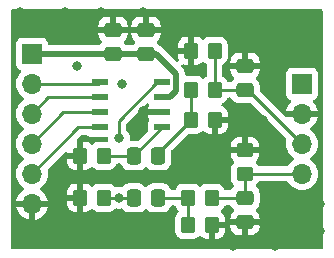
<source format=gbr>
%TF.GenerationSoftware,KiCad,Pcbnew,(6.0.7)*%
%TF.CreationDate,2023-03-18T19:29:26-05:00*%
%TF.ProjectId,CS4334Breakout,43533433-3334-4427-9265-616b6f75742e,rev?*%
%TF.SameCoordinates,Original*%
%TF.FileFunction,Copper,L1,Top*%
%TF.FilePolarity,Positive*%
%FSLAX46Y46*%
G04 Gerber Fmt 4.6, Leading zero omitted, Abs format (unit mm)*
G04 Created by KiCad (PCBNEW (6.0.7)) date 2023-03-18 19:29:26*
%MOMM*%
%LPD*%
G01*
G04 APERTURE LIST*
G04 Aperture macros list*
%AMRoundRect*
0 Rectangle with rounded corners*
0 $1 Rounding radius*
0 $2 $3 $4 $5 $6 $7 $8 $9 X,Y pos of 4 corners*
0 Add a 4 corners polygon primitive as box body*
4,1,4,$2,$3,$4,$5,$6,$7,$8,$9,$2,$3,0*
0 Add four circle primitives for the rounded corners*
1,1,$1+$1,$2,$3*
1,1,$1+$1,$4,$5*
1,1,$1+$1,$6,$7*
1,1,$1+$1,$8,$9*
0 Add four rect primitives between the rounded corners*
20,1,$1+$1,$2,$3,$4,$5,0*
20,1,$1+$1,$4,$5,$6,$7,0*
20,1,$1+$1,$6,$7,$8,$9,0*
20,1,$1+$1,$8,$9,$2,$3,0*%
G04 Aperture macros list end*
%TA.AperFunction,SMDPad,CuDef*%
%ADD10R,1.397000X0.558800*%
%TD*%
%TA.AperFunction,SMDPad,CuDef*%
%ADD11RoundRect,0.250000X0.350000X0.450000X-0.350000X0.450000X-0.350000X-0.450000X0.350000X-0.450000X0*%
%TD*%
%TA.AperFunction,SMDPad,CuDef*%
%ADD12RoundRect,0.250000X0.450000X-0.350000X0.450000X0.350000X-0.450000X0.350000X-0.450000X-0.350000X0*%
%TD*%
%TA.AperFunction,SMDPad,CuDef*%
%ADD13RoundRect,0.250000X-0.350000X-0.450000X0.350000X-0.450000X0.350000X0.450000X-0.350000X0.450000X0*%
%TD*%
%TA.AperFunction,ComponentPad*%
%ADD14R,1.700000X1.700000*%
%TD*%
%TA.AperFunction,ComponentPad*%
%ADD15O,1.700000X1.700000*%
%TD*%
%TA.AperFunction,SMDPad,CuDef*%
%ADD16RoundRect,0.250000X0.475000X-0.337500X0.475000X0.337500X-0.475000X0.337500X-0.475000X-0.337500X0*%
%TD*%
%TA.AperFunction,SMDPad,CuDef*%
%ADD17RoundRect,0.250000X-0.475000X0.337500X-0.475000X-0.337500X0.475000X-0.337500X0.475000X0.337500X0*%
%TD*%
%TA.AperFunction,SMDPad,CuDef*%
%ADD18RoundRect,0.250000X-0.337500X-0.475000X0.337500X-0.475000X0.337500X0.475000X-0.337500X0.475000X0*%
%TD*%
%TA.AperFunction,ViaPad*%
%ADD19C,0.800000*%
%TD*%
%TA.AperFunction,Conductor*%
%ADD20C,0.254000*%
%TD*%
%TA.AperFunction,Conductor*%
%ADD21C,0.508000*%
%TD*%
G04 APERTURE END LIST*
D10*
%TO.P,U1,8,AOUTL*%
%TO.N,AOUTL*%
X165976300Y-98933000D03*
%TO.P,U1,7,VA*%
%TO.N,+5V*%
X165976300Y-100203000D03*
%TO.P,U1,6,AGND*%
%TO.N,GND*%
X165976300Y-101473000D03*
%TO.P,U1,5,AOUTR*%
%TO.N,AOUTR*%
X165976300Y-102743000D03*
%TO.P,U1,4,MCLK*%
%TO.N,MCLK*%
X160667700Y-102743000D03*
%TO.P,U1,3,LRCK*%
%TO.N,LRCK*%
X160667700Y-101473000D03*
%TO.P,U1,2,DEM/SCLK*%
%TO.N,SCLK*%
X160667700Y-100203000D03*
%TO.P,U1,1,SDATA*%
%TO.N,SDATA*%
X160667700Y-98933000D03*
%TD*%
D11*
%TO.P,R8,2*%
%TO.N,GND*%
X168418000Y-96266000D03*
%TO.P,R8,1*%
%TO.N,RIGHTOUT*%
X170418000Y-96266000D03*
%TD*%
D12*
%TO.P,R7,1*%
%TO.N,LEFTOUT*%
X172974000Y-106664000D03*
%TO.P,R7,2*%
%TO.N,GND*%
X172974000Y-104664000D03*
%TD*%
D13*
%TO.P,R6,1*%
%TO.N,Net-(C2-Pad2)*%
X168418000Y-99568000D03*
%TO.P,R6,2*%
%TO.N,RIGHTOUT*%
X170418000Y-99568000D03*
%TD*%
%TO.P,R5,1*%
%TO.N,Net-(C1-Pad2)*%
X168164000Y-108712000D03*
%TO.P,R5,2*%
%TO.N,LEFTOUT*%
X170164000Y-108712000D03*
%TD*%
%TO.P,R4,1*%
%TO.N,Net-(C2-Pad2)*%
X168418000Y-102108000D03*
%TO.P,R4,2*%
%TO.N,GND*%
X170418000Y-102108000D03*
%TD*%
%TO.P,R3,1*%
%TO.N,Net-(C1-Pad2)*%
X168164000Y-110998000D03*
%TO.P,R3,2*%
%TO.N,GND*%
X170164000Y-110998000D03*
%TD*%
D11*
%TO.P,R2,1*%
%TO.N,AOUTR*%
X161020000Y-105156000D03*
%TO.P,R2,2*%
%TO.N,GND*%
X159020000Y-105156000D03*
%TD*%
%TO.P,R1,2*%
%TO.N,GND*%
X159020000Y-108712000D03*
%TO.P,R1,1*%
%TO.N,AOUTL*%
X161020000Y-108712000D03*
%TD*%
D14*
%TO.P,J2,1,Pin_1*%
%TO.N,unconnected-(J2-Pad1)*%
X177800000Y-99060000D03*
D15*
%TO.P,J2,2,Pin_2*%
%TO.N,GND*%
X177800000Y-101600000D03*
%TO.P,J2,3,Pin_3*%
%TO.N,RIGHTOUT*%
X177800000Y-104140000D03*
%TO.P,J2,4,Pin_4*%
%TO.N,LEFTOUT*%
X177800000Y-106680000D03*
%TD*%
D14*
%TO.P,J1,1,Pin_1*%
%TO.N,+5V*%
X154940000Y-96520000D03*
D15*
%TO.P,J1,2,Pin_2*%
%TO.N,SDATA*%
X154940000Y-99060000D03*
%TO.P,J1,3,Pin_3*%
%TO.N,SCLK*%
X154940000Y-101600000D03*
%TO.P,J1,4,Pin_4*%
%TO.N,LRCK*%
X154940000Y-104140000D03*
%TO.P,J1,5,Pin_5*%
%TO.N,MCLK*%
X154940000Y-106680000D03*
%TO.P,J1,6,Pin_6*%
%TO.N,GND*%
X154940000Y-109220000D03*
%TD*%
D16*
%TO.P,C6,1*%
%TO.N,+5V*%
X164592000Y-96541500D03*
%TO.P,C6,2*%
%TO.N,GND*%
X164592000Y-94466500D03*
%TD*%
%TO.P,C5,1*%
%TO.N,+5V*%
X161798000Y-96541500D03*
%TO.P,C5,2*%
%TO.N,GND*%
X161798000Y-94466500D03*
%TD*%
%TO.P,C4,1*%
%TO.N,RIGHTOUT*%
X172974000Y-99589500D03*
%TO.P,C4,2*%
%TO.N,GND*%
X172974000Y-97514500D03*
%TD*%
D17*
%TO.P,C3,1*%
%TO.N,LEFTOUT*%
X172974000Y-108712000D03*
%TO.P,C3,2*%
%TO.N,GND*%
X172974000Y-110787000D03*
%TD*%
D18*
%TO.P,C2,1*%
%TO.N,AOUTR*%
X163554500Y-105156000D03*
%TO.P,C2,2*%
%TO.N,Net-(C2-Pad2)*%
X165629500Y-105156000D03*
%TD*%
%TO.P,C1,1*%
%TO.N,AOUTL*%
X163554500Y-108712000D03*
%TO.P,C1,2*%
%TO.N,Net-(C1-Pad2)*%
X165629500Y-108712000D03*
%TD*%
D19*
%TO.N,*%
X158750000Y-97536000D03*
%TO.N,GND*%
X174752000Y-99060000D03*
X174498000Y-102108000D03*
X171958000Y-101854000D03*
X169164000Y-105410000D03*
X179324000Y-111506000D03*
X176022000Y-109220000D03*
X179324000Y-109220000D03*
X175514000Y-112776000D03*
X171958000Y-112776000D03*
X164592000Y-111506000D03*
X153924000Y-111506000D03*
X161290000Y-111252000D03*
X157480000Y-111252000D03*
%TO.N,*%
X162560000Y-99060000D03*
%TO.N,GND*%
X157480000Y-94996000D03*
X153924000Y-92964000D03*
X157734000Y-92964000D03*
X160782000Y-92964000D03*
X164338000Y-92964000D03*
X168910000Y-93472000D03*
X172212000Y-93472000D03*
X175260000Y-93472000D03*
X175260000Y-95758000D03*
X178562000Y-95758000D03*
X178562000Y-93472000D03*
%TO.N,AOUTL*%
X162306000Y-103632000D03*
X162306000Y-108712000D03*
%TO.N,GND*%
X164338000Y-101346000D03*
%TD*%
D20*
%TO.N,RIGHTOUT*%
X170418000Y-96266000D02*
X170418000Y-99568000D01*
X172952500Y-99568000D02*
X172974000Y-99589500D01*
X170418000Y-99568000D02*
X172952500Y-99568000D01*
X173249500Y-99589500D02*
X172974000Y-99589500D01*
X177800000Y-104140000D02*
X173249500Y-99589500D01*
%TO.N,LEFTOUT*%
X172990000Y-106680000D02*
X177800000Y-106680000D01*
X172974000Y-106664000D02*
X172990000Y-106680000D01*
X172974000Y-108712000D02*
X172974000Y-106664000D01*
X170164000Y-108712000D02*
X172974000Y-108712000D01*
%TO.N,Net-(C1-Pad2)*%
X168164000Y-110998000D02*
X168164000Y-108712000D01*
X165629500Y-108712000D02*
X168164000Y-108712000D01*
%TO.N,AOUTL*%
X161020000Y-108712000D02*
X162306000Y-108712000D01*
X162306000Y-108712000D02*
X163554500Y-108712000D01*
X162306000Y-102184200D02*
X162306000Y-103632000D01*
X165557200Y-98933000D02*
X162306000Y-102184200D01*
X165976300Y-98933000D02*
X165557200Y-98933000D01*
D21*
%TO.N,GND*%
X164465000Y-101473000D02*
X164338000Y-101346000D01*
X165976300Y-101473000D02*
X164465000Y-101473000D01*
D20*
%TO.N,Net-(C2-Pad2)*%
X168418000Y-102108000D02*
X168418000Y-99568000D01*
X165629500Y-104896500D02*
X168418000Y-102108000D01*
X165629500Y-105156000D02*
X165629500Y-104896500D01*
%TO.N,AOUTR*%
X163563300Y-105156000D02*
X165976300Y-102743000D01*
X163554500Y-105156000D02*
X163563300Y-105156000D01*
X161020000Y-105156000D02*
X163554500Y-105156000D01*
%TO.N,MCLK*%
X158877000Y-102743000D02*
X160667700Y-102743000D01*
X154940000Y-106680000D02*
X158877000Y-102743000D01*
%TO.N,LRCK*%
X154940000Y-104140000D02*
X157607000Y-101473000D01*
X157607000Y-101473000D02*
X160667700Y-101473000D01*
%TO.N,SCLK*%
X156337000Y-100203000D02*
X160667700Y-100203000D01*
X154940000Y-101600000D02*
X156337000Y-100203000D01*
%TO.N,SDATA*%
X160540700Y-99060000D02*
X160667700Y-98933000D01*
X154940000Y-99060000D02*
X160540700Y-99060000D01*
D21*
%TO.N,+5V*%
X165470700Y-96541500D02*
X164592000Y-96541500D01*
X166592200Y-100203000D02*
X167128800Y-99666400D01*
X167128800Y-98199600D02*
X165470700Y-96541500D01*
X165976300Y-100203000D02*
X166592200Y-100203000D01*
X167128800Y-99666400D02*
X167128800Y-98199600D01*
X161798000Y-96541500D02*
X164592000Y-96541500D01*
X154940000Y-96520000D02*
X161776500Y-96520000D01*
X161776500Y-96520000D02*
X161798000Y-96541500D01*
%TO.N,GND*%
X161798000Y-94466500D02*
X164592000Y-94466500D01*
%TD*%
%TA.AperFunction,Conductor*%
%TO.N,GND*%
G36*
X179294018Y-92712000D02*
G01*
X179308851Y-92714310D01*
X179308855Y-92714310D01*
X179317724Y-92715691D01*
X179326629Y-92714527D01*
X179335598Y-92714636D01*
X179335588Y-92715450D01*
X179357098Y-92715743D01*
X179382622Y-92719785D01*
X179420116Y-92731967D01*
X179455224Y-92749855D01*
X179487117Y-92773027D01*
X179514973Y-92800883D01*
X179538144Y-92832774D01*
X179538146Y-92832776D01*
X179556033Y-92867882D01*
X179568214Y-92905373D01*
X179572119Y-92930026D01*
X179573551Y-92949750D01*
X179572309Y-92957724D01*
X179573474Y-92966632D01*
X179576436Y-92989283D01*
X179577500Y-93005621D01*
X179577500Y-112903500D01*
X179557498Y-112971621D01*
X179503842Y-113018114D01*
X179451500Y-113029500D01*
X153288500Y-113029500D01*
X153220379Y-113009498D01*
X153173886Y-112955842D01*
X153162500Y-112903500D01*
X153162500Y-109487966D01*
X153608257Y-109487966D01*
X153638565Y-109622446D01*
X153641645Y-109632275D01*
X153721770Y-109829603D01*
X153726413Y-109838794D01*
X153837694Y-110020388D01*
X153843777Y-110028699D01*
X153983213Y-110189667D01*
X153990580Y-110196883D01*
X154154434Y-110332916D01*
X154162881Y-110338831D01*
X154346756Y-110446279D01*
X154356042Y-110450729D01*
X154555001Y-110526703D01*
X154564899Y-110529579D01*
X154668250Y-110550606D01*
X154682299Y-110549410D01*
X154686000Y-110539065D01*
X154686000Y-110538517D01*
X155194000Y-110538517D01*
X155198064Y-110552359D01*
X155211478Y-110554393D01*
X155218184Y-110553534D01*
X155228262Y-110551392D01*
X155432255Y-110490191D01*
X155441842Y-110486433D01*
X155633095Y-110392739D01*
X155641945Y-110387464D01*
X155815328Y-110263792D01*
X155823200Y-110257139D01*
X155974052Y-110106812D01*
X155980730Y-110098965D01*
X156105003Y-109926020D01*
X156110313Y-109917183D01*
X156204670Y-109726267D01*
X156208469Y-109716672D01*
X156270377Y-109512910D01*
X156272555Y-109502837D01*
X156273986Y-109491962D01*
X156271775Y-109477778D01*
X156258617Y-109474000D01*
X155212115Y-109474000D01*
X155196876Y-109478475D01*
X155195671Y-109479865D01*
X155194000Y-109487548D01*
X155194000Y-110538517D01*
X154686000Y-110538517D01*
X154686000Y-109492115D01*
X154681525Y-109476876D01*
X154680135Y-109475671D01*
X154672452Y-109474000D01*
X153623225Y-109474000D01*
X153609694Y-109477973D01*
X153608257Y-109487966D01*
X153162500Y-109487966D01*
X153162500Y-109209095D01*
X157912001Y-109209095D01*
X157912338Y-109215614D01*
X157922257Y-109311206D01*
X157925149Y-109324600D01*
X157976588Y-109478784D01*
X157982761Y-109491962D01*
X158068063Y-109629807D01*
X158077099Y-109641208D01*
X158191829Y-109755739D01*
X158203240Y-109764751D01*
X158341243Y-109849816D01*
X158354424Y-109855963D01*
X158508710Y-109907138D01*
X158522086Y-109910005D01*
X158616438Y-109919672D01*
X158622854Y-109920000D01*
X158747885Y-109920000D01*
X158763124Y-109915525D01*
X158764329Y-109914135D01*
X158766000Y-109906452D01*
X158766000Y-108984115D01*
X158761525Y-108968876D01*
X158760135Y-108967671D01*
X158752452Y-108966000D01*
X157930116Y-108966000D01*
X157914877Y-108970475D01*
X157913672Y-108971865D01*
X157912001Y-108979548D01*
X157912001Y-109209095D01*
X153162500Y-109209095D01*
X153162500Y-106646695D01*
X153577251Y-106646695D01*
X153577548Y-106651848D01*
X153577548Y-106651851D01*
X153583011Y-106746590D01*
X153590110Y-106869715D01*
X153591247Y-106874761D01*
X153591248Y-106874767D01*
X153611119Y-106962939D01*
X153639222Y-107087639D01*
X153723266Y-107294616D01*
X153725965Y-107299020D01*
X153837288Y-107480683D01*
X153839987Y-107485088D01*
X153986250Y-107653938D01*
X154102515Y-107750463D01*
X154147310Y-107787652D01*
X154158126Y-107796632D01*
X154178294Y-107808417D01*
X154231955Y-107839774D01*
X154280679Y-107891412D01*
X154293750Y-107961195D01*
X154267019Y-108026967D01*
X154226562Y-108060327D01*
X154218457Y-108064546D01*
X154209738Y-108070036D01*
X154039433Y-108197905D01*
X154031726Y-108204748D01*
X153884590Y-108358717D01*
X153878104Y-108366727D01*
X153758098Y-108542649D01*
X153753000Y-108551623D01*
X153663338Y-108744783D01*
X153659775Y-108754470D01*
X153604389Y-108954183D01*
X153605912Y-108962607D01*
X153618292Y-108966000D01*
X156258344Y-108966000D01*
X156271875Y-108962027D01*
X156273180Y-108952947D01*
X156231214Y-108785875D01*
X156227894Y-108776124D01*
X156142972Y-108580814D01*
X156138105Y-108571739D01*
X156052805Y-108439885D01*
X157912000Y-108439885D01*
X157916475Y-108455124D01*
X157917865Y-108456329D01*
X157925548Y-108458000D01*
X158747885Y-108458000D01*
X158763124Y-108453525D01*
X158764329Y-108452135D01*
X158766000Y-108444452D01*
X158766000Y-107522116D01*
X158761525Y-107506877D01*
X158760135Y-107505672D01*
X158752452Y-107504001D01*
X158622905Y-107504001D01*
X158616386Y-107504338D01*
X158520794Y-107514257D01*
X158507400Y-107517149D01*
X158353216Y-107568588D01*
X158340038Y-107574761D01*
X158202193Y-107660063D01*
X158190792Y-107669099D01*
X158076261Y-107783829D01*
X158067249Y-107795240D01*
X157982184Y-107933243D01*
X157976037Y-107946424D01*
X157924862Y-108100710D01*
X157921995Y-108114086D01*
X157912328Y-108208438D01*
X157912000Y-108214855D01*
X157912000Y-108439885D01*
X156052805Y-108439885D01*
X156022426Y-108392926D01*
X156016136Y-108384757D01*
X155872806Y-108227240D01*
X155865273Y-108220215D01*
X155698139Y-108088222D01*
X155689556Y-108082520D01*
X155652602Y-108062120D01*
X155602631Y-108011687D01*
X155587859Y-107942245D01*
X155612975Y-107875839D01*
X155640327Y-107849232D01*
X155679824Y-107821059D01*
X155819860Y-107721173D01*
X155978096Y-107563489D01*
X155988288Y-107549306D01*
X156105435Y-107386277D01*
X156108453Y-107382077D01*
X156111622Y-107375666D01*
X156205136Y-107186453D01*
X156205137Y-107186451D01*
X156207430Y-107181811D01*
X156272370Y-106968069D01*
X156301529Y-106746590D01*
X156303156Y-106680000D01*
X156284852Y-106457361D01*
X156265050Y-106378526D01*
X156257389Y-106348024D01*
X156260194Y-106277083D01*
X156290498Y-106228234D01*
X156865637Y-105653095D01*
X157912001Y-105653095D01*
X157912338Y-105659614D01*
X157922257Y-105755206D01*
X157925149Y-105768600D01*
X157976588Y-105922784D01*
X157982761Y-105935962D01*
X158068063Y-106073807D01*
X158077099Y-106085208D01*
X158191829Y-106199739D01*
X158203240Y-106208751D01*
X158341243Y-106293816D01*
X158354424Y-106299963D01*
X158508710Y-106351138D01*
X158522086Y-106354005D01*
X158616438Y-106363672D01*
X158622854Y-106364000D01*
X158747885Y-106364000D01*
X158763124Y-106359525D01*
X158764329Y-106358135D01*
X158766000Y-106350452D01*
X158766000Y-105428115D01*
X158761525Y-105412876D01*
X158760135Y-105411671D01*
X158752452Y-105410000D01*
X157930116Y-105410000D01*
X157914877Y-105414475D01*
X157913672Y-105415865D01*
X157912001Y-105423548D01*
X157912001Y-105653095D01*
X156865637Y-105653095D01*
X157698930Y-104819803D01*
X157761242Y-104785777D01*
X157832058Y-104790842D01*
X157888893Y-104833389D01*
X157908921Y-104873399D01*
X157916475Y-104899124D01*
X157917865Y-104900329D01*
X157925548Y-104902000D01*
X158747885Y-104902000D01*
X158763124Y-104897525D01*
X158764329Y-104896135D01*
X158766000Y-104888452D01*
X158766000Y-103966116D01*
X158761526Y-103950878D01*
X158760043Y-103949593D01*
X158721659Y-103889867D01*
X158721659Y-103818871D01*
X158753460Y-103765273D01*
X159103328Y-103415405D01*
X159165640Y-103381379D01*
X159192423Y-103378500D01*
X159554409Y-103378500D01*
X159622530Y-103398502D01*
X159629969Y-103403671D01*
X159722495Y-103473015D01*
X159858884Y-103524145D01*
X159921066Y-103530900D01*
X161268419Y-103530900D01*
X161336540Y-103550902D01*
X161383033Y-103604558D01*
X161393729Y-103643729D01*
X161406504Y-103765273D01*
X161411029Y-103808330D01*
X161398257Y-103878168D01*
X161349755Y-103930015D01*
X161285719Y-103947500D01*
X160619600Y-103947500D01*
X160616354Y-103947837D01*
X160616350Y-103947837D01*
X160520692Y-103957762D01*
X160520688Y-103957763D01*
X160513834Y-103958474D01*
X160507298Y-103960655D01*
X160507296Y-103960655D01*
X160397710Y-103997216D01*
X160346054Y-104014450D01*
X160195652Y-104107522D01*
X160190479Y-104112704D01*
X160108862Y-104194463D01*
X160046579Y-104228542D01*
X159975759Y-104223539D01*
X159930671Y-104194618D01*
X159848171Y-104112261D01*
X159836760Y-104103249D01*
X159698757Y-104018184D01*
X159685576Y-104012037D01*
X159531290Y-103960862D01*
X159517914Y-103957995D01*
X159423562Y-103948328D01*
X159417145Y-103948000D01*
X159292115Y-103948000D01*
X159276876Y-103952475D01*
X159275671Y-103953865D01*
X159274000Y-103961548D01*
X159274000Y-106345884D01*
X159278475Y-106361123D01*
X159279865Y-106362328D01*
X159287548Y-106363999D01*
X159417095Y-106363999D01*
X159423614Y-106363662D01*
X159519206Y-106353743D01*
X159532600Y-106350851D01*
X159686784Y-106299412D01*
X159699962Y-106293239D01*
X159837807Y-106207937D01*
X159849208Y-106198901D01*
X159930430Y-106117538D01*
X159992713Y-106083459D01*
X160063533Y-106088462D01*
X160108620Y-106117383D01*
X160191512Y-106200130D01*
X160191517Y-106200134D01*
X160196697Y-106205305D01*
X160202927Y-106209145D01*
X160202928Y-106209146D01*
X160340288Y-106293816D01*
X160347262Y-106298115D01*
X160409306Y-106318694D01*
X160508611Y-106351632D01*
X160508613Y-106351632D01*
X160515139Y-106353797D01*
X160521975Y-106354497D01*
X160521978Y-106354498D01*
X160565031Y-106358909D01*
X160619600Y-106364500D01*
X161420400Y-106364500D01*
X161423646Y-106364163D01*
X161423650Y-106364163D01*
X161519308Y-106354238D01*
X161519312Y-106354237D01*
X161526166Y-106353526D01*
X161532702Y-106351345D01*
X161532704Y-106351345D01*
X161664806Y-106307272D01*
X161693946Y-106297550D01*
X161844348Y-106204478D01*
X161969305Y-106079303D01*
X161998776Y-106031492D01*
X162058275Y-105934968D01*
X162058276Y-105934966D01*
X162062115Y-105928738D01*
X162079000Y-105877832D01*
X162119432Y-105819472D01*
X162184996Y-105792236D01*
X162198593Y-105791500D01*
X162380129Y-105791500D01*
X162448250Y-105811502D01*
X162494743Y-105865158D01*
X162499652Y-105877623D01*
X162519116Y-105935962D01*
X162525450Y-105954946D01*
X162618522Y-106105348D01*
X162743697Y-106230305D01*
X162749927Y-106234145D01*
X162749928Y-106234146D01*
X162887090Y-106318694D01*
X162894262Y-106323115D01*
X162962909Y-106345884D01*
X163055611Y-106376632D01*
X163055613Y-106376632D01*
X163062139Y-106378797D01*
X163068975Y-106379497D01*
X163068978Y-106379498D01*
X163112031Y-106383909D01*
X163166600Y-106389500D01*
X163942400Y-106389500D01*
X163945646Y-106389163D01*
X163945650Y-106389163D01*
X164041308Y-106379238D01*
X164041312Y-106379237D01*
X164048166Y-106378526D01*
X164054702Y-106376345D01*
X164054704Y-106376345D01*
X164186806Y-106332272D01*
X164215946Y-106322550D01*
X164366348Y-106229478D01*
X164387852Y-106207937D01*
X164433161Y-106162549D01*
X164491305Y-106104303D01*
X164493906Y-106100084D01*
X164551030Y-106059583D01*
X164621953Y-106056351D01*
X164683365Y-106091976D01*
X164689922Y-106099530D01*
X164693522Y-106105348D01*
X164818697Y-106230305D01*
X164824927Y-106234145D01*
X164824928Y-106234146D01*
X164962090Y-106318694D01*
X164969262Y-106323115D01*
X165037909Y-106345884D01*
X165130611Y-106376632D01*
X165130613Y-106376632D01*
X165137139Y-106378797D01*
X165143975Y-106379497D01*
X165143978Y-106379498D01*
X165187031Y-106383909D01*
X165241600Y-106389500D01*
X166017400Y-106389500D01*
X166020646Y-106389163D01*
X166020650Y-106389163D01*
X166116308Y-106379238D01*
X166116312Y-106379237D01*
X166123166Y-106378526D01*
X166129702Y-106376345D01*
X166129704Y-106376345D01*
X166261806Y-106332272D01*
X166290946Y-106322550D01*
X166441348Y-106229478D01*
X166462852Y-106207937D01*
X166508161Y-106162549D01*
X166566305Y-106104303D01*
X166576070Y-106088462D01*
X166655275Y-105959968D01*
X166655276Y-105959966D01*
X166659115Y-105953738D01*
X166696609Y-105840697D01*
X166712632Y-105792389D01*
X166712632Y-105792387D01*
X166714797Y-105785861D01*
X166725500Y-105681400D01*
X166725500Y-104751422D01*
X166745502Y-104683301D01*
X166762405Y-104662327D01*
X167032847Y-104391885D01*
X171766000Y-104391885D01*
X171770475Y-104407124D01*
X171771865Y-104408329D01*
X171779548Y-104410000D01*
X172701885Y-104410000D01*
X172717124Y-104405525D01*
X172718329Y-104404135D01*
X172720000Y-104396452D01*
X172720000Y-104391885D01*
X173228000Y-104391885D01*
X173232475Y-104407124D01*
X173233865Y-104408329D01*
X173241548Y-104410000D01*
X174163884Y-104410000D01*
X174179123Y-104405525D01*
X174180328Y-104404135D01*
X174181999Y-104396452D01*
X174181999Y-104266905D01*
X174181662Y-104260386D01*
X174171743Y-104164794D01*
X174168851Y-104151400D01*
X174117412Y-103997216D01*
X174111239Y-103984038D01*
X174025937Y-103846193D01*
X174016901Y-103834792D01*
X173902171Y-103720261D01*
X173890760Y-103711249D01*
X173752757Y-103626184D01*
X173739576Y-103620037D01*
X173585290Y-103568862D01*
X173571914Y-103565995D01*
X173477562Y-103556328D01*
X173471145Y-103556000D01*
X173246115Y-103556000D01*
X173230876Y-103560475D01*
X173229671Y-103561865D01*
X173228000Y-103569548D01*
X173228000Y-104391885D01*
X172720000Y-104391885D01*
X172720000Y-103574116D01*
X172715525Y-103558877D01*
X172714135Y-103557672D01*
X172706452Y-103556001D01*
X172476905Y-103556001D01*
X172470386Y-103556338D01*
X172374794Y-103566257D01*
X172361400Y-103569149D01*
X172207216Y-103620588D01*
X172194038Y-103626761D01*
X172056193Y-103712063D01*
X172044792Y-103721099D01*
X171930261Y-103835829D01*
X171921249Y-103847240D01*
X171836184Y-103985243D01*
X171830037Y-103998424D01*
X171778862Y-104152710D01*
X171775995Y-104166086D01*
X171766328Y-104260438D01*
X171766000Y-104266855D01*
X171766000Y-104391885D01*
X167032847Y-104391885D01*
X168071328Y-103353405D01*
X168133640Y-103319379D01*
X168160423Y-103316500D01*
X168818400Y-103316500D01*
X168821646Y-103316163D01*
X168821650Y-103316163D01*
X168917308Y-103306238D01*
X168917312Y-103306237D01*
X168924166Y-103305526D01*
X168930702Y-103303345D01*
X168930704Y-103303345D01*
X169084998Y-103251868D01*
X169091946Y-103249550D01*
X169242348Y-103156478D01*
X169303663Y-103095056D01*
X169329138Y-103069537D01*
X169391421Y-103035458D01*
X169462241Y-103040461D01*
X169507329Y-103069382D01*
X169589829Y-103151739D01*
X169601240Y-103160751D01*
X169739243Y-103245816D01*
X169752424Y-103251963D01*
X169906710Y-103303138D01*
X169920086Y-103306005D01*
X170014438Y-103315672D01*
X170020854Y-103316000D01*
X170145885Y-103316000D01*
X170161124Y-103311525D01*
X170162329Y-103310135D01*
X170164000Y-103302452D01*
X170164000Y-103297884D01*
X170672000Y-103297884D01*
X170676475Y-103313123D01*
X170677865Y-103314328D01*
X170685548Y-103315999D01*
X170815095Y-103315999D01*
X170821614Y-103315662D01*
X170917206Y-103305743D01*
X170930600Y-103302851D01*
X171084784Y-103251412D01*
X171097962Y-103245239D01*
X171235807Y-103159937D01*
X171247208Y-103150901D01*
X171361739Y-103036171D01*
X171370751Y-103024760D01*
X171455816Y-102886757D01*
X171461963Y-102873576D01*
X171513138Y-102719290D01*
X171516005Y-102705914D01*
X171525672Y-102611562D01*
X171526000Y-102605146D01*
X171526000Y-102380115D01*
X171521525Y-102364876D01*
X171520135Y-102363671D01*
X171512452Y-102362000D01*
X170690115Y-102362000D01*
X170674876Y-102366475D01*
X170673671Y-102367865D01*
X170672000Y-102375548D01*
X170672000Y-103297884D01*
X170164000Y-103297884D01*
X170164000Y-101980000D01*
X170184002Y-101911879D01*
X170237658Y-101865386D01*
X170290000Y-101854000D01*
X171507884Y-101854000D01*
X171523123Y-101849525D01*
X171524328Y-101848135D01*
X171525999Y-101840452D01*
X171525999Y-101610905D01*
X171525662Y-101604386D01*
X171515743Y-101508794D01*
X171512851Y-101495400D01*
X171461412Y-101341216D01*
X171455239Y-101328038D01*
X171369937Y-101190193D01*
X171360901Y-101178792D01*
X171246171Y-101064261D01*
X171234760Y-101055249D01*
X171096757Y-100970184D01*
X171083571Y-100964035D01*
X171064775Y-100957800D01*
X171006416Y-100917369D01*
X170979180Y-100851804D01*
X170991714Y-100781923D01*
X171040040Y-100729912D01*
X171064568Y-100718684D01*
X171083344Y-100712420D01*
X171091946Y-100709550D01*
X171242348Y-100616478D01*
X171367305Y-100491303D01*
X171394918Y-100446507D01*
X171456275Y-100346968D01*
X171456276Y-100346966D01*
X171460115Y-100340738D01*
X171477000Y-100289832D01*
X171517432Y-100231472D01*
X171582996Y-100204236D01*
X171596593Y-100203500D01*
X171707887Y-100203500D01*
X171776008Y-100223502D01*
X171815031Y-100263197D01*
X171900522Y-100401348D01*
X172025697Y-100526305D01*
X172031927Y-100530145D01*
X172031928Y-100530146D01*
X172164937Y-100612134D01*
X172176262Y-100619115D01*
X172256005Y-100645564D01*
X172337611Y-100672632D01*
X172337613Y-100672632D01*
X172344139Y-100674797D01*
X172350975Y-100675497D01*
X172350978Y-100675498D01*
X172394031Y-100679909D01*
X172448600Y-100685500D01*
X173394578Y-100685500D01*
X173462699Y-100705502D01*
X173483673Y-100722405D01*
X176449163Y-103687896D01*
X176483189Y-103750208D01*
X176481486Y-103810660D01*
X176460989Y-103884570D01*
X176437251Y-104106695D01*
X176437548Y-104111848D01*
X176437548Y-104111851D01*
X176446488Y-104266905D01*
X176450110Y-104329715D01*
X176451247Y-104334761D01*
X176451248Y-104334767D01*
X176467195Y-104405525D01*
X176499222Y-104547639D01*
X176583266Y-104754616D01*
X176605465Y-104790842D01*
X176691690Y-104931548D01*
X176699987Y-104945088D01*
X176846250Y-105113938D01*
X177018126Y-105256632D01*
X177088595Y-105297811D01*
X177091445Y-105299476D01*
X177140169Y-105351114D01*
X177153240Y-105420897D01*
X177126509Y-105486669D01*
X177086055Y-105520027D01*
X177073607Y-105526507D01*
X177069474Y-105529610D01*
X177069471Y-105529612D01*
X176926826Y-105636713D01*
X176894965Y-105660635D01*
X176740629Y-105822138D01*
X176737715Y-105826410D01*
X176737714Y-105826411D01*
X176731506Y-105835512D01*
X176629511Y-105985032D01*
X176626460Y-105989504D01*
X176571549Y-106034507D01*
X176522372Y-106044500D01*
X174219445Y-106044500D01*
X174151324Y-106024498D01*
X174112301Y-105984803D01*
X174026332Y-105845880D01*
X174022478Y-105839652D01*
X174009214Y-105826411D01*
X173935537Y-105752862D01*
X173901458Y-105690579D01*
X173906461Y-105619759D01*
X173935382Y-105574671D01*
X174017739Y-105492171D01*
X174026751Y-105480760D01*
X174111816Y-105342757D01*
X174117963Y-105329576D01*
X174169138Y-105175290D01*
X174172005Y-105161914D01*
X174181672Y-105067562D01*
X174182000Y-105061146D01*
X174182000Y-104936115D01*
X174177525Y-104920876D01*
X174176135Y-104919671D01*
X174168452Y-104918000D01*
X171784116Y-104918000D01*
X171768877Y-104922475D01*
X171767672Y-104923865D01*
X171766001Y-104931548D01*
X171766001Y-105061095D01*
X171766338Y-105067614D01*
X171776257Y-105163206D01*
X171779149Y-105176600D01*
X171830588Y-105330784D01*
X171836761Y-105343962D01*
X171922063Y-105481807D01*
X171931099Y-105493208D01*
X172012462Y-105574430D01*
X172046541Y-105636713D01*
X172041538Y-105707533D01*
X172012617Y-105752620D01*
X171929870Y-105835512D01*
X171929866Y-105835517D01*
X171924695Y-105840697D01*
X171920855Y-105846927D01*
X171920854Y-105846928D01*
X171854271Y-105954946D01*
X171831885Y-105991262D01*
X171826771Y-106006680D01*
X171794045Y-106105348D01*
X171776203Y-106159139D01*
X171775503Y-106165975D01*
X171775502Y-106165978D01*
X171772043Y-106199739D01*
X171765500Y-106263600D01*
X171765500Y-107064400D01*
X171776474Y-107170166D01*
X171832450Y-107337946D01*
X171925522Y-107488348D01*
X172004449Y-107567137D01*
X172030461Y-107593104D01*
X172064540Y-107655386D01*
X172059537Y-107726206D01*
X172023892Y-107775263D01*
X172024652Y-107776022D01*
X172021495Y-107779185D01*
X171899695Y-107901197D01*
X171895855Y-107907427D01*
X171895854Y-107907428D01*
X171828549Y-108016616D01*
X171775776Y-108064110D01*
X171721289Y-108076500D01*
X171342530Y-108076500D01*
X171274409Y-108056498D01*
X171227916Y-108002842D01*
X171223006Y-107990376D01*
X171207868Y-107945002D01*
X171205550Y-107938054D01*
X171112478Y-107787652D01*
X170987303Y-107662695D01*
X170981072Y-107658854D01*
X170842968Y-107573725D01*
X170842966Y-107573724D01*
X170836738Y-107569885D01*
X170754419Y-107542581D01*
X170675389Y-107516368D01*
X170675387Y-107516368D01*
X170668861Y-107514203D01*
X170662025Y-107513503D01*
X170662022Y-107513502D01*
X170618969Y-107509091D01*
X170564400Y-107503500D01*
X169763600Y-107503500D01*
X169760354Y-107503837D01*
X169760350Y-107503837D01*
X169664692Y-107513762D01*
X169664688Y-107513763D01*
X169657834Y-107514474D01*
X169651298Y-107516655D01*
X169651296Y-107516655D01*
X169553430Y-107549306D01*
X169490054Y-107570450D01*
X169339652Y-107663522D01*
X169282102Y-107721173D01*
X169253216Y-107750109D01*
X169190934Y-107784188D01*
X169120114Y-107779185D01*
X169075025Y-107750264D01*
X168992483Y-107667866D01*
X168987303Y-107662695D01*
X168981072Y-107658854D01*
X168842968Y-107573725D01*
X168842966Y-107573724D01*
X168836738Y-107569885D01*
X168754419Y-107542581D01*
X168675389Y-107516368D01*
X168675387Y-107516368D01*
X168668861Y-107514203D01*
X168662025Y-107513503D01*
X168662022Y-107513502D01*
X168618969Y-107509091D01*
X168564400Y-107503500D01*
X167763600Y-107503500D01*
X167760354Y-107503837D01*
X167760350Y-107503837D01*
X167664692Y-107513762D01*
X167664688Y-107513763D01*
X167657834Y-107514474D01*
X167651298Y-107516655D01*
X167651296Y-107516655D01*
X167553430Y-107549306D01*
X167490054Y-107570450D01*
X167339652Y-107663522D01*
X167214695Y-107788697D01*
X167210855Y-107794927D01*
X167210854Y-107794928D01*
X167145349Y-107901197D01*
X167121885Y-107939262D01*
X167119581Y-107946207D01*
X167119581Y-107946208D01*
X167105000Y-107990168D01*
X167064568Y-108048528D01*
X166999004Y-108075764D01*
X166985407Y-108076500D01*
X166803871Y-108076500D01*
X166735750Y-108056498D01*
X166689257Y-108002842D01*
X166684348Y-107990377D01*
X166660870Y-107920007D01*
X166660869Y-107920005D01*
X166658550Y-107913054D01*
X166565478Y-107762652D01*
X166440303Y-107637695D01*
X166434072Y-107633854D01*
X166295968Y-107548725D01*
X166295966Y-107548724D01*
X166289738Y-107544885D01*
X166195121Y-107513502D01*
X166128389Y-107491368D01*
X166128387Y-107491368D01*
X166121861Y-107489203D01*
X166115025Y-107488503D01*
X166115022Y-107488502D01*
X166071969Y-107484091D01*
X166017400Y-107478500D01*
X165241600Y-107478500D01*
X165238354Y-107478837D01*
X165238350Y-107478837D01*
X165142692Y-107488762D01*
X165142688Y-107488763D01*
X165135834Y-107489474D01*
X165129298Y-107491655D01*
X165129296Y-107491655D01*
X165060900Y-107514474D01*
X164968054Y-107545450D01*
X164817652Y-107638522D01*
X164812479Y-107643704D01*
X164793521Y-107662695D01*
X164692695Y-107763697D01*
X164690094Y-107767916D01*
X164632970Y-107808417D01*
X164562047Y-107811649D01*
X164500635Y-107776024D01*
X164494078Y-107768470D01*
X164490478Y-107762652D01*
X164365303Y-107637695D01*
X164359072Y-107633854D01*
X164220968Y-107548725D01*
X164220966Y-107548724D01*
X164214738Y-107544885D01*
X164120121Y-107513502D01*
X164053389Y-107491368D01*
X164053387Y-107491368D01*
X164046861Y-107489203D01*
X164040025Y-107488503D01*
X164040022Y-107488502D01*
X163996969Y-107484091D01*
X163942400Y-107478500D01*
X163166600Y-107478500D01*
X163163354Y-107478837D01*
X163163350Y-107478837D01*
X163067692Y-107488762D01*
X163067688Y-107488763D01*
X163060834Y-107489474D01*
X163054298Y-107491655D01*
X163054296Y-107491655D01*
X162985900Y-107514474D01*
X162893054Y-107545450D01*
X162742652Y-107638522D01*
X162737479Y-107643704D01*
X162718521Y-107662695D01*
X162617695Y-107763697D01*
X162613854Y-107769928D01*
X162609317Y-107775673D01*
X162606732Y-107773632D01*
X162564920Y-107811354D01*
X162494862Y-107822864D01*
X162484096Y-107821059D01*
X162407944Y-107804872D01*
X162407939Y-107804872D01*
X162401487Y-107803500D01*
X162210513Y-107803500D01*
X162204061Y-107804872D01*
X162204056Y-107804872D01*
X162127905Y-107821059D01*
X162089614Y-107829198D01*
X162018824Y-107823796D01*
X161968856Y-107787273D01*
X161968478Y-107787652D01*
X161966027Y-107785205D01*
X161966026Y-107785204D01*
X161843303Y-107662695D01*
X161837072Y-107658854D01*
X161698968Y-107573725D01*
X161698966Y-107573724D01*
X161692738Y-107569885D01*
X161610419Y-107542581D01*
X161531389Y-107516368D01*
X161531387Y-107516368D01*
X161524861Y-107514203D01*
X161518025Y-107513503D01*
X161518022Y-107513502D01*
X161474969Y-107509091D01*
X161420400Y-107503500D01*
X160619600Y-107503500D01*
X160616354Y-107503837D01*
X160616350Y-107503837D01*
X160520692Y-107513762D01*
X160520688Y-107513763D01*
X160513834Y-107514474D01*
X160507298Y-107516655D01*
X160507296Y-107516655D01*
X160409430Y-107549306D01*
X160346054Y-107570450D01*
X160195652Y-107663522D01*
X160190479Y-107668704D01*
X160108862Y-107750463D01*
X160046579Y-107784542D01*
X159975759Y-107779539D01*
X159930671Y-107750618D01*
X159848171Y-107668261D01*
X159836760Y-107659249D01*
X159698757Y-107574184D01*
X159685576Y-107568037D01*
X159531290Y-107516862D01*
X159517914Y-107513995D01*
X159423562Y-107504328D01*
X159417145Y-107504000D01*
X159292115Y-107504000D01*
X159276876Y-107508475D01*
X159275671Y-107509865D01*
X159274000Y-107517548D01*
X159274000Y-109901884D01*
X159278475Y-109917123D01*
X159279865Y-109918328D01*
X159287548Y-109919999D01*
X159417095Y-109919999D01*
X159423614Y-109919662D01*
X159519206Y-109909743D01*
X159532600Y-109906851D01*
X159686784Y-109855412D01*
X159699962Y-109849239D01*
X159837807Y-109763937D01*
X159849208Y-109754901D01*
X159930430Y-109673538D01*
X159992713Y-109639459D01*
X160063533Y-109644462D01*
X160108620Y-109673383D01*
X160191512Y-109756130D01*
X160191517Y-109756134D01*
X160196697Y-109761305D01*
X160202927Y-109765145D01*
X160202928Y-109765146D01*
X160340288Y-109849816D01*
X160347262Y-109854115D01*
X160409306Y-109874694D01*
X160508611Y-109907632D01*
X160508613Y-109907632D01*
X160515139Y-109909797D01*
X160521975Y-109910497D01*
X160521978Y-109910498D01*
X160565031Y-109914909D01*
X160619600Y-109920500D01*
X161420400Y-109920500D01*
X161423646Y-109920163D01*
X161423650Y-109920163D01*
X161519308Y-109910238D01*
X161519312Y-109910237D01*
X161526166Y-109909526D01*
X161532702Y-109907345D01*
X161532704Y-109907345D01*
X161685254Y-109856450D01*
X161693946Y-109853550D01*
X161844348Y-109760478D01*
X161969305Y-109635303D01*
X161970057Y-109636053D01*
X162022465Y-109598897D01*
X162089626Y-109594805D01*
X162204056Y-109619128D01*
X162204061Y-109619128D01*
X162210513Y-109620500D01*
X162401487Y-109620500D01*
X162407940Y-109619128D01*
X162407944Y-109619128D01*
X162458842Y-109608309D01*
X162484256Y-109602907D01*
X162555046Y-109608309D01*
X162609761Y-109649677D01*
X162610125Y-109649388D01*
X162611240Y-109650795D01*
X162611678Y-109651126D01*
X162612719Y-109652660D01*
X162614666Y-109655117D01*
X162618522Y-109661348D01*
X162743697Y-109786305D01*
X162749927Y-109790145D01*
X162749928Y-109790146D01*
X162887090Y-109874694D01*
X162894262Y-109879115D01*
X162946028Y-109896285D01*
X163055611Y-109932632D01*
X163055613Y-109932632D01*
X163062139Y-109934797D01*
X163068975Y-109935497D01*
X163068978Y-109935498D01*
X163112031Y-109939909D01*
X163166600Y-109945500D01*
X163942400Y-109945500D01*
X163945646Y-109945163D01*
X163945650Y-109945163D01*
X164041308Y-109935238D01*
X164041312Y-109935237D01*
X164048166Y-109934526D01*
X164054702Y-109932345D01*
X164054704Y-109932345D01*
X164196727Y-109884962D01*
X164215946Y-109878550D01*
X164366348Y-109785478D01*
X164387852Y-109763937D01*
X164486134Y-109665483D01*
X164491305Y-109660303D01*
X164493906Y-109656084D01*
X164551030Y-109615583D01*
X164621953Y-109612351D01*
X164683365Y-109647976D01*
X164689922Y-109655530D01*
X164693522Y-109661348D01*
X164818697Y-109786305D01*
X164824927Y-109790145D01*
X164824928Y-109790146D01*
X164962090Y-109874694D01*
X164969262Y-109879115D01*
X165021028Y-109896285D01*
X165130611Y-109932632D01*
X165130613Y-109932632D01*
X165137139Y-109934797D01*
X165143975Y-109935497D01*
X165143978Y-109935498D01*
X165187031Y-109939909D01*
X165241600Y-109945500D01*
X166017400Y-109945500D01*
X166020646Y-109945163D01*
X166020650Y-109945163D01*
X166116308Y-109935238D01*
X166116312Y-109935237D01*
X166123166Y-109934526D01*
X166129702Y-109932345D01*
X166129704Y-109932345D01*
X166271727Y-109884962D01*
X166290946Y-109878550D01*
X166441348Y-109785478D01*
X166462852Y-109763937D01*
X166561134Y-109665483D01*
X166566305Y-109660303D01*
X166573033Y-109649388D01*
X166655275Y-109515968D01*
X166655276Y-109515966D01*
X166659115Y-109509738D01*
X166684292Y-109433832D01*
X166724723Y-109375472D01*
X166790287Y-109348236D01*
X166803885Y-109347500D01*
X166985470Y-109347500D01*
X167053591Y-109367502D01*
X167100084Y-109421158D01*
X167104994Y-109433624D01*
X167122450Y-109485946D01*
X167215522Y-109636348D01*
X167220704Y-109641521D01*
X167340697Y-109761305D01*
X167339809Y-109762195D01*
X167376568Y-109814039D01*
X167379801Y-109884962D01*
X167344178Y-109946374D01*
X167342786Y-109947583D01*
X167339652Y-109949522D01*
X167214695Y-110074697D01*
X167121885Y-110225262D01*
X167066203Y-110393139D01*
X167065503Y-110399975D01*
X167065502Y-110399978D01*
X167061091Y-110443031D01*
X167055500Y-110497600D01*
X167055500Y-111498400D01*
X167055837Y-111501646D01*
X167055837Y-111501650D01*
X167065618Y-111595914D01*
X167066474Y-111604166D01*
X167068655Y-111610702D01*
X167068655Y-111610704D01*
X167112728Y-111742806D01*
X167122450Y-111771946D01*
X167215522Y-111922348D01*
X167340697Y-112047305D01*
X167346927Y-112051145D01*
X167346928Y-112051146D01*
X167484288Y-112135816D01*
X167491262Y-112140115D01*
X167571005Y-112166564D01*
X167652611Y-112193632D01*
X167652613Y-112193632D01*
X167659139Y-112195797D01*
X167665975Y-112196497D01*
X167665978Y-112196498D01*
X167709031Y-112200909D01*
X167763600Y-112206500D01*
X168564400Y-112206500D01*
X168567646Y-112206163D01*
X168567650Y-112206163D01*
X168663308Y-112196238D01*
X168663312Y-112196237D01*
X168670166Y-112195526D01*
X168676702Y-112193345D01*
X168676704Y-112193345D01*
X168808806Y-112149272D01*
X168837946Y-112139550D01*
X168988348Y-112046478D01*
X169075137Y-111959537D01*
X169137421Y-111925458D01*
X169208241Y-111930461D01*
X169253329Y-111959382D01*
X169335829Y-112041739D01*
X169347240Y-112050751D01*
X169485243Y-112135816D01*
X169498424Y-112141963D01*
X169652710Y-112193138D01*
X169666086Y-112196005D01*
X169760438Y-112205672D01*
X169766854Y-112206000D01*
X169891885Y-112206000D01*
X169907124Y-112201525D01*
X169908329Y-112200135D01*
X169910000Y-112192452D01*
X169910000Y-112187884D01*
X170418000Y-112187884D01*
X170422475Y-112203123D01*
X170423865Y-112204328D01*
X170431548Y-112205999D01*
X170561095Y-112205999D01*
X170567614Y-112205662D01*
X170663206Y-112195743D01*
X170676600Y-112192851D01*
X170830784Y-112141412D01*
X170843962Y-112135239D01*
X170981807Y-112049937D01*
X170993208Y-112040901D01*
X171107739Y-111926171D01*
X171116751Y-111914760D01*
X171201816Y-111776757D01*
X171207963Y-111763576D01*
X171259138Y-111609290D01*
X171262005Y-111595914D01*
X171271672Y-111501562D01*
X171272000Y-111495146D01*
X171272000Y-111270115D01*
X171267525Y-111254876D01*
X171266135Y-111253671D01*
X171258452Y-111252000D01*
X170436115Y-111252000D01*
X170420876Y-111256475D01*
X170419671Y-111257865D01*
X170418000Y-111265548D01*
X170418000Y-112187884D01*
X169910000Y-112187884D01*
X169910000Y-111171595D01*
X171741001Y-111171595D01*
X171741338Y-111178114D01*
X171751257Y-111273706D01*
X171754149Y-111287100D01*
X171805588Y-111441284D01*
X171811761Y-111454462D01*
X171897063Y-111592307D01*
X171906099Y-111603708D01*
X172020829Y-111718239D01*
X172032240Y-111727251D01*
X172170243Y-111812316D01*
X172183424Y-111818463D01*
X172337710Y-111869638D01*
X172351086Y-111872505D01*
X172445438Y-111882172D01*
X172451854Y-111882500D01*
X172701885Y-111882500D01*
X172717124Y-111878025D01*
X172718329Y-111876635D01*
X172720000Y-111868952D01*
X172720000Y-111864384D01*
X173228000Y-111864384D01*
X173232475Y-111879623D01*
X173233865Y-111880828D01*
X173241548Y-111882499D01*
X173496095Y-111882499D01*
X173502614Y-111882162D01*
X173598206Y-111872243D01*
X173611600Y-111869351D01*
X173765784Y-111817912D01*
X173778962Y-111811739D01*
X173916807Y-111726437D01*
X173928208Y-111717401D01*
X174042739Y-111602671D01*
X174051751Y-111591260D01*
X174136816Y-111453257D01*
X174142963Y-111440076D01*
X174194138Y-111285790D01*
X174197005Y-111272414D01*
X174206672Y-111178062D01*
X174207000Y-111171646D01*
X174207000Y-111059115D01*
X174202525Y-111043876D01*
X174201135Y-111042671D01*
X174193452Y-111041000D01*
X173246115Y-111041000D01*
X173230876Y-111045475D01*
X173229671Y-111046865D01*
X173228000Y-111054548D01*
X173228000Y-111864384D01*
X172720000Y-111864384D01*
X172720000Y-111059115D01*
X172715525Y-111043876D01*
X172714135Y-111042671D01*
X172706452Y-111041000D01*
X171759116Y-111041000D01*
X171743877Y-111045475D01*
X171742672Y-111046865D01*
X171741001Y-111054548D01*
X171741001Y-111171595D01*
X169910000Y-111171595D01*
X169910000Y-110870000D01*
X169930002Y-110801879D01*
X169983658Y-110755386D01*
X170036000Y-110744000D01*
X171253884Y-110744000D01*
X171269123Y-110739525D01*
X171270328Y-110738135D01*
X171271999Y-110730452D01*
X171271999Y-110500905D01*
X171271662Y-110494386D01*
X171261743Y-110398794D01*
X171258851Y-110385400D01*
X171207412Y-110231216D01*
X171201239Y-110218038D01*
X171115937Y-110080193D01*
X171106901Y-110068792D01*
X170992174Y-109954264D01*
X170992093Y-109954200D01*
X170992052Y-109954142D01*
X170986991Y-109949090D01*
X170987856Y-109948224D01*
X170951027Y-109896285D01*
X170947792Y-109825362D01*
X170983414Y-109763949D01*
X170985090Y-109762494D01*
X170988348Y-109760478D01*
X171113305Y-109635303D01*
X171122430Y-109620500D01*
X171202275Y-109490968D01*
X171202276Y-109490966D01*
X171206115Y-109484738D01*
X171208723Y-109476876D01*
X171223000Y-109433832D01*
X171263432Y-109375472D01*
X171328996Y-109348236D01*
X171342593Y-109347500D01*
X171721192Y-109347500D01*
X171789313Y-109367502D01*
X171828336Y-109407197D01*
X171900522Y-109523848D01*
X172025697Y-109648805D01*
X172030235Y-109651602D01*
X172070824Y-109708853D01*
X172074054Y-109779776D01*
X172038428Y-109841187D01*
X172029932Y-109848562D01*
X172019793Y-109856598D01*
X171905261Y-109971329D01*
X171896249Y-109982740D01*
X171811184Y-110120743D01*
X171805037Y-110133924D01*
X171753862Y-110288210D01*
X171750995Y-110301586D01*
X171741328Y-110395938D01*
X171741000Y-110402355D01*
X171741000Y-110514885D01*
X171745475Y-110530124D01*
X171746865Y-110531329D01*
X171754548Y-110533000D01*
X174188884Y-110533000D01*
X174204123Y-110528525D01*
X174205328Y-110527135D01*
X174206999Y-110519452D01*
X174206999Y-110402405D01*
X174206662Y-110395886D01*
X174196743Y-110300294D01*
X174193851Y-110286900D01*
X174142412Y-110132716D01*
X174136239Y-110119538D01*
X174050937Y-109981693D01*
X174041901Y-109970292D01*
X173927172Y-109855762D01*
X173918238Y-109848706D01*
X173877177Y-109790788D01*
X173873947Y-109719865D01*
X173909574Y-109658454D01*
X173917407Y-109651654D01*
X173923348Y-109647978D01*
X174048305Y-109522803D01*
X174055614Y-109510946D01*
X174137275Y-109378468D01*
X174137276Y-109378466D01*
X174141115Y-109372238D01*
X174196797Y-109204361D01*
X174207500Y-109099900D01*
X174207500Y-108324100D01*
X174196526Y-108218334D01*
X174194280Y-108211600D01*
X174142868Y-108057502D01*
X174140550Y-108050554D01*
X174047478Y-107900152D01*
X173922303Y-107775195D01*
X173923465Y-107774031D01*
X173887495Y-107723297D01*
X173884264Y-107652374D01*
X173917476Y-107593316D01*
X174023305Y-107487303D01*
X174092293Y-107375384D01*
X174145065Y-107327891D01*
X174199553Y-107315500D01*
X176525500Y-107315500D01*
X176593621Y-107335502D01*
X176632933Y-107375666D01*
X176697287Y-107480683D01*
X176697291Y-107480688D01*
X176699987Y-107485088D01*
X176846250Y-107653938D01*
X176962515Y-107750463D01*
X177007310Y-107787652D01*
X177018126Y-107796632D01*
X177211000Y-107909338D01*
X177215825Y-107911180D01*
X177215826Y-107911181D01*
X177238939Y-107920007D01*
X177419692Y-107989030D01*
X177424760Y-107990061D01*
X177424763Y-107990062D01*
X177531054Y-108011687D01*
X177638597Y-108033567D01*
X177643772Y-108033757D01*
X177643774Y-108033757D01*
X177856673Y-108041564D01*
X177856677Y-108041564D01*
X177861837Y-108041753D01*
X177866957Y-108041097D01*
X177866959Y-108041097D01*
X178078288Y-108014025D01*
X178078289Y-108014025D01*
X178083416Y-108013368D01*
X178118501Y-108002842D01*
X178292429Y-107950661D01*
X178292434Y-107950659D01*
X178297384Y-107949174D01*
X178497994Y-107850896D01*
X178679860Y-107721173D01*
X178838096Y-107563489D01*
X178848288Y-107549306D01*
X178965435Y-107386277D01*
X178968453Y-107382077D01*
X178971622Y-107375666D01*
X179065136Y-107186453D01*
X179065137Y-107186451D01*
X179067430Y-107181811D01*
X179132370Y-106968069D01*
X179161529Y-106746590D01*
X179163156Y-106680000D01*
X179144852Y-106457361D01*
X179090431Y-106240702D01*
X179001354Y-106035840D01*
X178880014Y-105848277D01*
X178729670Y-105683051D01*
X178725619Y-105679852D01*
X178725615Y-105679848D01*
X178558414Y-105547800D01*
X178558410Y-105547798D01*
X178554359Y-105544598D01*
X178513053Y-105521796D01*
X178463084Y-105471364D01*
X178448312Y-105401921D01*
X178473428Y-105335516D01*
X178500780Y-105308909D01*
X178544603Y-105277650D01*
X178679860Y-105181173D01*
X178699187Y-105161914D01*
X178761209Y-105100107D01*
X178838096Y-105023489D01*
X178897594Y-104940689D01*
X178965435Y-104846277D01*
X178968453Y-104842077D01*
X178979462Y-104819803D01*
X179065136Y-104646453D01*
X179065137Y-104646451D01*
X179067430Y-104641811D01*
X179132370Y-104428069D01*
X179161529Y-104206590D01*
X179161825Y-104194463D01*
X179163074Y-104143365D01*
X179163074Y-104143361D01*
X179163156Y-104140000D01*
X179144852Y-103917361D01*
X179090431Y-103700702D01*
X179001354Y-103495840D01*
X178909209Y-103353405D01*
X178882822Y-103312617D01*
X178882820Y-103312614D01*
X178880014Y-103308277D01*
X178729670Y-103143051D01*
X178725619Y-103139852D01*
X178725615Y-103139848D01*
X178558414Y-103007800D01*
X178558410Y-103007798D01*
X178554359Y-103004598D01*
X178512569Y-102981529D01*
X178462598Y-102931097D01*
X178447826Y-102861654D01*
X178472942Y-102795248D01*
X178500294Y-102768641D01*
X178675328Y-102643792D01*
X178683200Y-102637139D01*
X178834052Y-102486812D01*
X178840730Y-102478965D01*
X178965003Y-102306020D01*
X178970313Y-102297183D01*
X179064670Y-102106267D01*
X179068469Y-102096672D01*
X179130377Y-101892910D01*
X179132555Y-101882837D01*
X179133986Y-101871962D01*
X179131775Y-101857778D01*
X179118617Y-101854000D01*
X176465110Y-101854000D01*
X176465110Y-101848939D01*
X176429792Y-101849034D01*
X176375870Y-101817138D01*
X175800470Y-101241737D01*
X174516867Y-99958134D01*
X176441500Y-99958134D01*
X176448255Y-100020316D01*
X176499385Y-100156705D01*
X176586739Y-100273261D01*
X176703295Y-100360615D01*
X176711704Y-100363767D01*
X176711705Y-100363768D01*
X176820960Y-100404726D01*
X176877725Y-100447367D01*
X176902425Y-100513929D01*
X176887218Y-100583278D01*
X176867825Y-100609759D01*
X176744590Y-100738717D01*
X176738104Y-100746727D01*
X176618098Y-100922649D01*
X176613000Y-100931623D01*
X176523338Y-101124783D01*
X176519775Y-101134470D01*
X176464389Y-101334183D01*
X176465912Y-101342607D01*
X176478292Y-101346000D01*
X179118344Y-101346000D01*
X179131875Y-101342027D01*
X179133180Y-101332947D01*
X179091214Y-101165875D01*
X179087894Y-101156124D01*
X179002972Y-100960814D01*
X178998105Y-100951739D01*
X178882426Y-100772926D01*
X178876136Y-100764757D01*
X178732293Y-100606677D01*
X178701241Y-100542831D01*
X178709635Y-100472333D01*
X178754812Y-100417564D01*
X178781256Y-100403895D01*
X178888297Y-100363767D01*
X178896705Y-100360615D01*
X179013261Y-100273261D01*
X179100615Y-100156705D01*
X179151745Y-100020316D01*
X179158500Y-99958134D01*
X179158500Y-98161866D01*
X179151745Y-98099684D01*
X179100615Y-97963295D01*
X179013261Y-97846739D01*
X178896705Y-97759385D01*
X178760316Y-97708255D01*
X178698134Y-97701500D01*
X176901866Y-97701500D01*
X176839684Y-97708255D01*
X176703295Y-97759385D01*
X176586739Y-97846739D01*
X176499385Y-97963295D01*
X176448255Y-98099684D01*
X176441500Y-98161866D01*
X176441500Y-99958134D01*
X174516867Y-99958134D01*
X174244405Y-99685672D01*
X174210379Y-99623360D01*
X174207500Y-99596577D01*
X174207500Y-99201600D01*
X174196526Y-99095834D01*
X174140550Y-98928054D01*
X174047478Y-98777652D01*
X173922303Y-98652695D01*
X173917765Y-98649898D01*
X173877176Y-98592647D01*
X173873946Y-98521724D01*
X173909572Y-98460313D01*
X173918068Y-98452938D01*
X173928207Y-98444902D01*
X174042739Y-98330171D01*
X174051751Y-98318760D01*
X174136816Y-98180757D01*
X174142963Y-98167576D01*
X174194138Y-98013290D01*
X174197005Y-97999914D01*
X174206672Y-97905562D01*
X174207000Y-97899146D01*
X174207000Y-97786615D01*
X174202525Y-97771376D01*
X174201135Y-97770171D01*
X174193452Y-97768500D01*
X171759116Y-97768500D01*
X171743877Y-97772975D01*
X171742672Y-97774365D01*
X171741001Y-97782048D01*
X171741001Y-97899095D01*
X171741338Y-97905614D01*
X171751257Y-98001206D01*
X171754149Y-98014600D01*
X171805588Y-98168784D01*
X171811761Y-98181962D01*
X171897063Y-98319807D01*
X171906099Y-98331208D01*
X172020828Y-98445738D01*
X172029762Y-98452794D01*
X172070823Y-98510712D01*
X172074053Y-98581635D01*
X172038426Y-98643046D01*
X172030593Y-98649846D01*
X172024652Y-98653522D01*
X171899695Y-98778697D01*
X171895855Y-98784927D01*
X171895854Y-98784928D01*
X171841802Y-98872616D01*
X171789029Y-98920110D01*
X171734542Y-98932500D01*
X171596530Y-98932500D01*
X171528409Y-98912498D01*
X171481916Y-98858842D01*
X171477006Y-98846376D01*
X171461868Y-98801002D01*
X171459550Y-98794054D01*
X171366478Y-98643652D01*
X171241303Y-98518695D01*
X171228352Y-98510712D01*
X171113384Y-98439844D01*
X171065890Y-98387071D01*
X171053500Y-98332584D01*
X171053500Y-97501543D01*
X171073502Y-97433422D01*
X171113196Y-97394400D01*
X171242348Y-97314478D01*
X171314315Y-97242385D01*
X171741000Y-97242385D01*
X171745475Y-97257624D01*
X171746865Y-97258829D01*
X171754548Y-97260500D01*
X172701885Y-97260500D01*
X172717124Y-97256025D01*
X172718329Y-97254635D01*
X172720000Y-97246952D01*
X172720000Y-97242385D01*
X173228000Y-97242385D01*
X173232475Y-97257624D01*
X173233865Y-97258829D01*
X173241548Y-97260500D01*
X174188884Y-97260500D01*
X174204123Y-97256025D01*
X174205328Y-97254635D01*
X174206999Y-97246952D01*
X174206999Y-97129905D01*
X174206662Y-97123386D01*
X174196743Y-97027794D01*
X174193851Y-97014400D01*
X174142412Y-96860216D01*
X174136239Y-96847038D01*
X174050937Y-96709193D01*
X174041901Y-96697792D01*
X173927171Y-96583261D01*
X173915760Y-96574249D01*
X173777757Y-96489184D01*
X173764576Y-96483037D01*
X173610290Y-96431862D01*
X173596914Y-96428995D01*
X173502562Y-96419328D01*
X173496145Y-96419000D01*
X173246115Y-96419000D01*
X173230876Y-96423475D01*
X173229671Y-96424865D01*
X173228000Y-96432548D01*
X173228000Y-97242385D01*
X172720000Y-97242385D01*
X172720000Y-96437116D01*
X172715525Y-96421877D01*
X172714135Y-96420672D01*
X172706452Y-96419001D01*
X172451905Y-96419001D01*
X172445386Y-96419338D01*
X172349794Y-96429257D01*
X172336400Y-96432149D01*
X172182216Y-96483588D01*
X172169038Y-96489761D01*
X172031193Y-96575063D01*
X172019792Y-96584099D01*
X171905261Y-96698829D01*
X171896249Y-96710240D01*
X171811184Y-96848243D01*
X171805037Y-96861424D01*
X171753862Y-97015710D01*
X171750995Y-97029086D01*
X171741328Y-97123438D01*
X171741000Y-97129855D01*
X171741000Y-97242385D01*
X171314315Y-97242385D01*
X171367305Y-97189303D01*
X171371146Y-97183072D01*
X171456275Y-97044968D01*
X171456276Y-97044966D01*
X171460115Y-97038738D01*
X171515797Y-96870861D01*
X171518115Y-96848243D01*
X171520909Y-96820969D01*
X171526500Y-96766400D01*
X171526500Y-95765600D01*
X171525660Y-95757500D01*
X171516238Y-95666692D01*
X171516237Y-95666688D01*
X171515526Y-95659834D01*
X171496420Y-95602565D01*
X171461868Y-95499002D01*
X171459550Y-95492054D01*
X171366478Y-95341652D01*
X171241303Y-95216695D01*
X171235072Y-95212854D01*
X171096968Y-95127725D01*
X171096966Y-95127724D01*
X171090738Y-95123885D01*
X171010995Y-95097436D01*
X170929389Y-95070368D01*
X170929387Y-95070368D01*
X170922861Y-95068203D01*
X170916025Y-95067503D01*
X170916022Y-95067502D01*
X170872969Y-95063091D01*
X170818400Y-95057500D01*
X170017600Y-95057500D01*
X170014354Y-95057837D01*
X170014350Y-95057837D01*
X169918692Y-95067762D01*
X169918688Y-95067763D01*
X169911834Y-95068474D01*
X169905298Y-95070655D01*
X169905296Y-95070655D01*
X169888928Y-95076116D01*
X169744054Y-95124450D01*
X169593652Y-95217522D01*
X169588479Y-95222704D01*
X169506862Y-95304463D01*
X169444579Y-95338542D01*
X169373759Y-95333539D01*
X169328671Y-95304618D01*
X169246171Y-95222261D01*
X169234760Y-95213249D01*
X169096757Y-95128184D01*
X169083576Y-95122037D01*
X168929290Y-95070862D01*
X168915914Y-95067995D01*
X168821562Y-95058328D01*
X168815145Y-95058000D01*
X168690115Y-95058000D01*
X168674876Y-95062475D01*
X168673671Y-95063865D01*
X168672000Y-95071548D01*
X168672000Y-97455884D01*
X168676475Y-97471123D01*
X168677865Y-97472328D01*
X168685548Y-97473999D01*
X168815095Y-97473999D01*
X168821614Y-97473662D01*
X168917206Y-97463743D01*
X168930600Y-97460851D01*
X169084784Y-97409412D01*
X169097962Y-97403239D01*
X169235807Y-97317937D01*
X169247208Y-97308901D01*
X169328430Y-97227538D01*
X169390713Y-97193459D01*
X169461533Y-97198462D01*
X169506620Y-97227383D01*
X169589512Y-97310130D01*
X169589517Y-97310134D01*
X169594697Y-97315305D01*
X169600927Y-97319145D01*
X169600928Y-97319146D01*
X169722616Y-97394156D01*
X169770110Y-97446929D01*
X169782500Y-97501416D01*
X169782500Y-98332457D01*
X169762498Y-98400578D01*
X169722804Y-98439600D01*
X169593652Y-98519522D01*
X169520655Y-98592647D01*
X169507216Y-98606109D01*
X169444934Y-98640188D01*
X169374114Y-98635185D01*
X169329025Y-98606264D01*
X169246483Y-98523866D01*
X169241303Y-98518695D01*
X169228352Y-98510712D01*
X169096968Y-98429725D01*
X169096966Y-98429724D01*
X169090738Y-98425885D01*
X168972538Y-98386680D01*
X168929389Y-98372368D01*
X168929387Y-98372368D01*
X168922861Y-98370203D01*
X168916025Y-98369503D01*
X168916022Y-98369502D01*
X168872969Y-98365091D01*
X168818400Y-98359500D01*
X168021004Y-98359500D01*
X167952883Y-98339498D01*
X167906390Y-98285842D01*
X167895382Y-98230613D01*
X167896024Y-98226393D01*
X167891715Y-98173414D01*
X167891300Y-98163200D01*
X167891300Y-98155075D01*
X167890100Y-98144779D01*
X167887993Y-98126714D01*
X167887560Y-98122335D01*
X167881610Y-98049174D01*
X167879356Y-98042217D01*
X167878167Y-98036263D01*
X167876749Y-98030265D01*
X167875901Y-98022993D01*
X167850852Y-97953983D01*
X167849435Y-97949856D01*
X167829068Y-97886986D01*
X167829067Y-97886984D01*
X167826813Y-97880026D01*
X167823018Y-97873773D01*
X167820473Y-97868213D01*
X167817731Y-97862739D01*
X167815234Y-97855859D01*
X167774990Y-97794476D01*
X167772644Y-97790758D01*
X167761853Y-97772975D01*
X167734573Y-97728020D01*
X167727133Y-97719595D01*
X167727162Y-97719570D01*
X167724566Y-97716644D01*
X167721761Y-97713290D01*
X167717746Y-97707165D01*
X167712156Y-97701869D01*
X167661214Y-97653612D01*
X167658772Y-97651234D01*
X167627444Y-97619906D01*
X167593418Y-97557594D01*
X167598483Y-97486779D01*
X167641030Y-97429943D01*
X167707550Y-97405132D01*
X167756206Y-97411218D01*
X167906707Y-97461137D01*
X167920086Y-97464005D01*
X168014438Y-97473672D01*
X168020854Y-97474000D01*
X168145885Y-97474000D01*
X168161124Y-97469525D01*
X168162329Y-97468135D01*
X168164000Y-97460452D01*
X168164000Y-96538115D01*
X168159525Y-96522876D01*
X168158135Y-96521671D01*
X168150452Y-96520000D01*
X167328116Y-96520000D01*
X167312877Y-96524475D01*
X167311672Y-96525865D01*
X167310001Y-96533548D01*
X167310001Y-96763095D01*
X167310338Y-96769614D01*
X167320257Y-96865206D01*
X167323149Y-96878600D01*
X167372924Y-97027796D01*
X167375508Y-97098746D01*
X167339324Y-97159830D01*
X167275860Y-97191654D01*
X167205265Y-97184115D01*
X167164305Y-97156767D01*
X166057510Y-96049972D01*
X166045123Y-96035559D01*
X166036495Y-96023835D01*
X166032154Y-96017936D01*
X166003844Y-95993885D01*
X167310000Y-95993885D01*
X167314475Y-96009124D01*
X167315865Y-96010329D01*
X167323548Y-96012000D01*
X168145885Y-96012000D01*
X168161124Y-96007525D01*
X168162329Y-96006135D01*
X168164000Y-95998452D01*
X168164000Y-95076116D01*
X168159525Y-95060877D01*
X168158135Y-95059672D01*
X168150452Y-95058001D01*
X168020905Y-95058001D01*
X168014386Y-95058338D01*
X167918794Y-95068257D01*
X167905400Y-95071149D01*
X167751216Y-95122588D01*
X167738038Y-95128761D01*
X167600193Y-95214063D01*
X167588792Y-95223099D01*
X167474261Y-95337829D01*
X167465249Y-95349240D01*
X167380184Y-95487243D01*
X167374037Y-95500424D01*
X167322862Y-95654710D01*
X167319995Y-95668086D01*
X167310328Y-95762438D01*
X167310000Y-95768855D01*
X167310000Y-95993885D01*
X166003844Y-95993885D01*
X165991645Y-95983521D01*
X165984129Y-95976591D01*
X165978385Y-95970847D01*
X165975511Y-95968573D01*
X165975504Y-95968567D01*
X165955989Y-95953128D01*
X165952585Y-95950337D01*
X165902228Y-95907555D01*
X165902224Y-95907552D01*
X165896649Y-95902816D01*
X165890132Y-95899488D01*
X165885068Y-95896111D01*
X165879844Y-95892884D01*
X165874100Y-95888340D01*
X165847809Y-95876052D01*
X165807618Y-95857268D01*
X165803668Y-95855337D01*
X165746678Y-95826237D01*
X165696836Y-95780326D01*
X165665478Y-95729652D01*
X165540303Y-95604695D01*
X165535765Y-95601898D01*
X165495176Y-95544647D01*
X165491946Y-95473724D01*
X165527572Y-95412313D01*
X165536068Y-95404938D01*
X165546207Y-95396902D01*
X165660739Y-95282171D01*
X165669751Y-95270760D01*
X165754816Y-95132757D01*
X165760963Y-95119576D01*
X165812138Y-94965290D01*
X165815005Y-94951914D01*
X165824672Y-94857562D01*
X165825000Y-94851146D01*
X165825000Y-94738615D01*
X165820525Y-94723376D01*
X165819135Y-94722171D01*
X165811452Y-94720500D01*
X163377116Y-94720500D01*
X163361877Y-94724975D01*
X163360672Y-94726365D01*
X163359001Y-94734048D01*
X163359001Y-94851095D01*
X163359338Y-94857614D01*
X163369257Y-94953206D01*
X163372149Y-94966600D01*
X163423588Y-95120784D01*
X163429761Y-95133962D01*
X163515063Y-95271807D01*
X163524099Y-95283208D01*
X163638828Y-95397738D01*
X163647762Y-95404794D01*
X163688823Y-95462712D01*
X163692053Y-95533635D01*
X163656426Y-95595046D01*
X163648593Y-95601846D01*
X163642652Y-95605522D01*
X163517695Y-95730697D01*
X163516666Y-95732366D01*
X163460544Y-95772155D01*
X163419581Y-95779000D01*
X162970420Y-95779000D01*
X162902299Y-95758998D01*
X162873498Y-95732915D01*
X162871478Y-95729652D01*
X162746303Y-95604695D01*
X162741765Y-95601898D01*
X162701176Y-95544647D01*
X162697946Y-95473724D01*
X162733572Y-95412313D01*
X162742068Y-95404938D01*
X162752207Y-95396902D01*
X162866739Y-95282171D01*
X162875751Y-95270760D01*
X162960816Y-95132757D01*
X162966963Y-95119576D01*
X163018138Y-94965290D01*
X163021005Y-94951914D01*
X163030672Y-94857562D01*
X163031000Y-94851146D01*
X163031000Y-94738615D01*
X163026525Y-94723376D01*
X163025135Y-94722171D01*
X163017452Y-94720500D01*
X160583116Y-94720500D01*
X160567877Y-94724975D01*
X160566672Y-94726365D01*
X160565001Y-94734048D01*
X160565001Y-94851095D01*
X160565338Y-94857614D01*
X160575257Y-94953206D01*
X160578149Y-94966600D01*
X160629588Y-95120784D01*
X160635761Y-95133962D01*
X160721063Y-95271807D01*
X160730099Y-95283208D01*
X160844828Y-95397738D01*
X160853762Y-95404794D01*
X160894823Y-95462712D01*
X160898053Y-95533635D01*
X160862426Y-95595046D01*
X160854593Y-95601846D01*
X160848652Y-95605522D01*
X160843479Y-95610704D01*
X160733856Y-95720518D01*
X160671573Y-95754597D01*
X160644683Y-95757500D01*
X156424500Y-95757500D01*
X156356379Y-95737498D01*
X156309886Y-95683842D01*
X156298500Y-95631500D01*
X156298500Y-95621866D01*
X156291745Y-95559684D01*
X156240615Y-95423295D01*
X156153261Y-95306739D01*
X156036705Y-95219385D01*
X155900316Y-95168255D01*
X155838134Y-95161500D01*
X154041866Y-95161500D01*
X153979684Y-95168255D01*
X153843295Y-95219385D01*
X153726739Y-95306739D01*
X153639385Y-95423295D01*
X153588255Y-95559684D01*
X153581500Y-95621866D01*
X153581500Y-97418134D01*
X153588255Y-97480316D01*
X153639385Y-97616705D01*
X153726739Y-97733261D01*
X153843295Y-97820615D01*
X153851704Y-97823767D01*
X153851705Y-97823768D01*
X153960451Y-97864535D01*
X154017216Y-97907176D01*
X154041916Y-97973738D01*
X154026709Y-98043087D01*
X154007316Y-98069568D01*
X153880629Y-98202138D01*
X153877715Y-98206410D01*
X153877714Y-98206411D01*
X153815564Y-98297520D01*
X153754743Y-98386680D01*
X153727329Y-98445738D01*
X153678404Y-98551140D01*
X153660688Y-98589305D01*
X153600989Y-98804570D01*
X153577251Y-99026695D01*
X153590110Y-99249715D01*
X153591247Y-99254761D01*
X153591248Y-99254767D01*
X153615304Y-99361508D01*
X153639222Y-99467639D01*
X153723266Y-99674616D01*
X153725965Y-99679020D01*
X153833072Y-99853803D01*
X153839987Y-99865088D01*
X153986250Y-100033938D01*
X154158126Y-100176632D01*
X154204105Y-100203500D01*
X154231445Y-100219476D01*
X154280169Y-100271114D01*
X154293240Y-100340897D01*
X154266509Y-100406669D01*
X154226055Y-100440027D01*
X154213607Y-100446507D01*
X154209474Y-100449610D01*
X154209471Y-100449612D01*
X154092868Y-100537160D01*
X154034965Y-100580635D01*
X154005665Y-100611296D01*
X153886217Y-100736291D01*
X153880629Y-100742138D01*
X153877715Y-100746410D01*
X153877714Y-100746411D01*
X153840249Y-100801333D01*
X153754743Y-100926680D01*
X153730178Y-100979601D01*
X153678404Y-101091140D01*
X153660688Y-101129305D01*
X153600989Y-101344570D01*
X153577251Y-101566695D01*
X153577548Y-101571848D01*
X153577548Y-101571851D01*
X153579800Y-101610905D01*
X153590110Y-101789715D01*
X153591247Y-101794761D01*
X153591248Y-101794767D01*
X153603457Y-101848939D01*
X153639222Y-102007639D01*
X153688299Y-102128502D01*
X153709893Y-102181681D01*
X153723266Y-102214616D01*
X153725965Y-102219020D01*
X153824684Y-102380115D01*
X153839987Y-102405088D01*
X153986250Y-102573938D01*
X154158126Y-102716632D01*
X154162675Y-102719290D01*
X154231445Y-102759476D01*
X154280169Y-102811114D01*
X154293240Y-102880897D01*
X154266509Y-102946669D01*
X154226055Y-102980027D01*
X154213607Y-102986507D01*
X154209474Y-102989610D01*
X154209471Y-102989612D01*
X154069033Y-103095056D01*
X154034965Y-103120635D01*
X154031393Y-103124373D01*
X153915891Y-103245239D01*
X153880629Y-103282138D01*
X153877715Y-103286410D01*
X153877714Y-103286411D01*
X153857530Y-103316000D01*
X153754743Y-103466680D01*
X153724933Y-103530900D01*
X153681052Y-103625435D01*
X153660688Y-103669305D01*
X153600989Y-103884570D01*
X153577251Y-104106695D01*
X153577548Y-104111848D01*
X153577548Y-104111851D01*
X153586488Y-104266905D01*
X153590110Y-104329715D01*
X153591247Y-104334761D01*
X153591248Y-104334767D01*
X153607195Y-104405525D01*
X153639222Y-104547639D01*
X153723266Y-104754616D01*
X153745465Y-104790842D01*
X153831690Y-104931548D01*
X153839987Y-104945088D01*
X153986250Y-105113938D01*
X154158126Y-105256632D01*
X154228595Y-105297811D01*
X154231445Y-105299476D01*
X154280169Y-105351114D01*
X154293240Y-105420897D01*
X154266509Y-105486669D01*
X154226055Y-105520027D01*
X154213607Y-105526507D01*
X154209474Y-105529610D01*
X154209471Y-105529612D01*
X154066826Y-105636713D01*
X154034965Y-105660635D01*
X153880629Y-105822138D01*
X153877715Y-105826410D01*
X153877714Y-105826411D01*
X153794777Y-105947993D01*
X153754743Y-106006680D01*
X153723925Y-106073072D01*
X153662929Y-106204478D01*
X153660688Y-106209305D01*
X153600989Y-106424570D01*
X153577251Y-106646695D01*
X153162500Y-106646695D01*
X153162500Y-94194385D01*
X160565000Y-94194385D01*
X160569475Y-94209624D01*
X160570865Y-94210829D01*
X160578548Y-94212500D01*
X161525885Y-94212500D01*
X161541124Y-94208025D01*
X161542329Y-94206635D01*
X161544000Y-94198952D01*
X161544000Y-94194385D01*
X162052000Y-94194385D01*
X162056475Y-94209624D01*
X162057865Y-94210829D01*
X162065548Y-94212500D01*
X163012884Y-94212500D01*
X163028123Y-94208025D01*
X163029328Y-94206635D01*
X163030999Y-94198952D01*
X163030999Y-94194385D01*
X163359000Y-94194385D01*
X163363475Y-94209624D01*
X163364865Y-94210829D01*
X163372548Y-94212500D01*
X164319885Y-94212500D01*
X164335124Y-94208025D01*
X164336329Y-94206635D01*
X164338000Y-94198952D01*
X164338000Y-94194385D01*
X164846000Y-94194385D01*
X164850475Y-94209624D01*
X164851865Y-94210829D01*
X164859548Y-94212500D01*
X165806884Y-94212500D01*
X165822123Y-94208025D01*
X165823328Y-94206635D01*
X165824999Y-94198952D01*
X165824999Y-94081905D01*
X165824662Y-94075386D01*
X165814743Y-93979794D01*
X165811851Y-93966400D01*
X165760412Y-93812216D01*
X165754239Y-93799038D01*
X165668937Y-93661193D01*
X165659901Y-93649792D01*
X165545171Y-93535261D01*
X165533760Y-93526249D01*
X165395757Y-93441184D01*
X165382576Y-93435037D01*
X165228290Y-93383862D01*
X165214914Y-93380995D01*
X165120562Y-93371328D01*
X165114145Y-93371000D01*
X164864115Y-93371000D01*
X164848876Y-93375475D01*
X164847671Y-93376865D01*
X164846000Y-93384548D01*
X164846000Y-94194385D01*
X164338000Y-94194385D01*
X164338000Y-93389116D01*
X164333525Y-93373877D01*
X164332135Y-93372672D01*
X164324452Y-93371001D01*
X164069905Y-93371001D01*
X164063386Y-93371338D01*
X163967794Y-93381257D01*
X163954400Y-93384149D01*
X163800216Y-93435588D01*
X163787038Y-93441761D01*
X163649193Y-93527063D01*
X163637792Y-93536099D01*
X163523261Y-93650829D01*
X163514249Y-93662240D01*
X163429184Y-93800243D01*
X163423037Y-93813424D01*
X163371862Y-93967710D01*
X163368995Y-93981086D01*
X163359328Y-94075438D01*
X163359000Y-94081855D01*
X163359000Y-94194385D01*
X163030999Y-94194385D01*
X163030999Y-94081905D01*
X163030662Y-94075386D01*
X163020743Y-93979794D01*
X163017851Y-93966400D01*
X162966412Y-93812216D01*
X162960239Y-93799038D01*
X162874937Y-93661193D01*
X162865901Y-93649792D01*
X162751171Y-93535261D01*
X162739760Y-93526249D01*
X162601757Y-93441184D01*
X162588576Y-93435037D01*
X162434290Y-93383862D01*
X162420914Y-93380995D01*
X162326562Y-93371328D01*
X162320145Y-93371000D01*
X162070115Y-93371000D01*
X162054876Y-93375475D01*
X162053671Y-93376865D01*
X162052000Y-93384548D01*
X162052000Y-94194385D01*
X161544000Y-94194385D01*
X161544000Y-93389116D01*
X161539525Y-93373877D01*
X161538135Y-93372672D01*
X161530452Y-93371001D01*
X161275905Y-93371001D01*
X161269386Y-93371338D01*
X161173794Y-93381257D01*
X161160400Y-93384149D01*
X161006216Y-93435588D01*
X160993038Y-93441761D01*
X160855193Y-93527063D01*
X160843792Y-93536099D01*
X160729261Y-93650829D01*
X160720249Y-93662240D01*
X160635184Y-93800243D01*
X160629037Y-93813424D01*
X160577862Y-93967710D01*
X160574995Y-93981086D01*
X160565328Y-94075438D01*
X160565000Y-94081855D01*
X160565000Y-94194385D01*
X153162500Y-94194385D01*
X153162500Y-93017250D01*
X153164246Y-92996345D01*
X153166770Y-92981344D01*
X153166770Y-92981341D01*
X153167576Y-92976552D01*
X153167729Y-92964000D01*
X153167039Y-92959179D01*
X153166852Y-92956318D01*
X153168137Y-92928411D01*
X153171786Y-92905374D01*
X153183967Y-92867884D01*
X153201855Y-92832776D01*
X153225027Y-92800883D01*
X153252883Y-92773027D01*
X153284775Y-92749855D01*
X153319884Y-92731966D01*
X153357373Y-92719786D01*
X153382026Y-92715881D01*
X153401750Y-92714449D01*
X153409724Y-92715691D01*
X153441286Y-92711564D01*
X153457621Y-92710500D01*
X179274633Y-92710500D01*
X179294018Y-92712000D01*
G37*
%TD.AperFunction*%
%TA.AperFunction,Conductor*%
G36*
X164785853Y-100707245D02*
G01*
X164842646Y-100749734D01*
X164852478Y-100762853D01*
X164877325Y-100829358D01*
X164862272Y-100898740D01*
X164852477Y-100913982D01*
X164833014Y-100939951D01*
X164824476Y-100955546D01*
X164779322Y-101075994D01*
X164775695Y-101091249D01*
X164770169Y-101142114D01*
X164769800Y-101148928D01*
X164769800Y-101200885D01*
X164774275Y-101216124D01*
X164775665Y-101217329D01*
X164783348Y-101219000D01*
X166104300Y-101219000D01*
X166172421Y-101239002D01*
X166218914Y-101292658D01*
X166230300Y-101345000D01*
X166230300Y-101601000D01*
X166210298Y-101669121D01*
X166156642Y-101715614D01*
X166104300Y-101727000D01*
X164787916Y-101727000D01*
X164772677Y-101731475D01*
X164771472Y-101732865D01*
X164769801Y-101740548D01*
X164769801Y-101797069D01*
X164770171Y-101803890D01*
X164775695Y-101854752D01*
X164779321Y-101870004D01*
X164824476Y-101990454D01*
X164833014Y-102006049D01*
X164852477Y-102032018D01*
X164877325Y-102098525D01*
X164862272Y-102167907D01*
X164852477Y-102183148D01*
X164827185Y-102216895D01*
X164776055Y-102353284D01*
X164769300Y-102415466D01*
X164769300Y-102999077D01*
X164749298Y-103067198D01*
X164732395Y-103088172D01*
X163934972Y-103885595D01*
X163872660Y-103919621D01*
X163845877Y-103922500D01*
X163328909Y-103922500D01*
X163260788Y-103902498D01*
X163214295Y-103848842D01*
X163203599Y-103783330D01*
X163218814Y-103638565D01*
X163219504Y-103632000D01*
X163207877Y-103521371D01*
X163200232Y-103448635D01*
X163200232Y-103448633D01*
X163199542Y-103442072D01*
X163140527Y-103260444D01*
X163135631Y-103251963D01*
X163048341Y-103100774D01*
X163045040Y-103095056D01*
X162973864Y-103016007D01*
X162943146Y-102952000D01*
X162941500Y-102931697D01*
X162941500Y-102499622D01*
X162961502Y-102431501D01*
X162978405Y-102410527D01*
X164652726Y-100736206D01*
X164715038Y-100702180D01*
X164785853Y-100707245D01*
G37*
%TD.AperFunction*%
%TD*%
M02*

</source>
